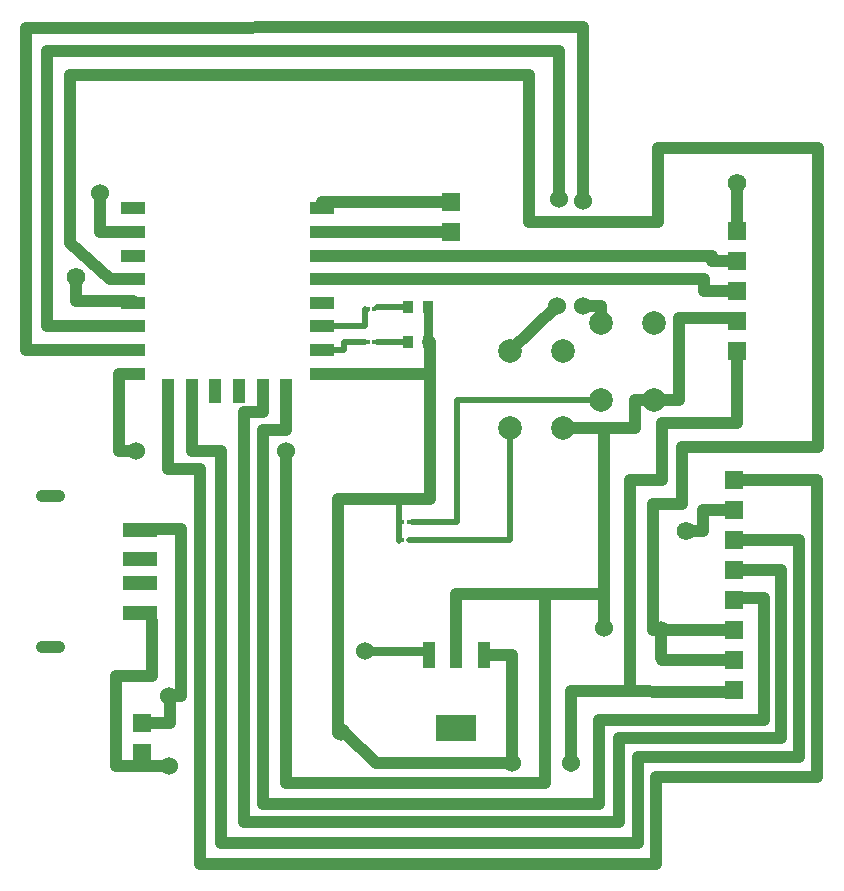
<source format=gtl>
G04 Layer: TopLayer*
G04 EasyEDA v6.3.43, 2020-06-06T13:29:47+03:00*
G04 6caa89d52f454e228c8c87a2f34c76c4,a7937f01353d4e2e93d7d76370f53aae,10*
G04 Gerber Generator version 0.2*
G04 Scale: 100 percent, Rotated: No, Reflected: No *
G04 Dimensions in inches *
G04 leading zeros omitted , absolute positions ,2 integer and 4 decimal *
%FSLAX24Y24*%
%MOIN*%
G90*
G70D02*

%ADD10C,0.010000*%
%ADD11C,0.040000*%
%ADD12C,0.020000*%
%ADD13C,0.030000*%
%ADD14R,0.118110X0.047244*%
%ADD15R,0.035430X0.039370*%
%ADD16R,0.043000X0.085000*%
%ADD17R,0.138000X0.085000*%
%ADD18R,0.011811X0.015748*%
%ADD19R,0.078740X0.039370*%
%ADD20R,0.039370X0.078740*%
%ADD21C,0.060000*%
%ADD22C,0.062000*%
%ADD23R,0.062000X0.062000*%
%ADD24C,0.078740*%
%ADD25C,0.039370*%

%LPD*%
G54D11*
G01X24150Y13350D02*
G01X26902Y13350D01*
G01X26902Y3450D01*
G01X21552Y3450D01*
G01X21552Y550D01*
G01X6350Y550D01*
G01X6350Y13700D01*
G01X5281Y13700D01*
G01X5281Y16302D01*
G01X24152Y11350D02*
G01X26302Y11350D01*
G01X26302Y4100D01*
G01X20952Y4100D01*
G01X20952Y1250D01*
G01X11500Y1250D01*
G01X7050Y1250D01*
G01X7050Y14300D01*
G01X6069Y14300D01*
G01X6069Y16303D01*
G01X24150Y12350D02*
G01X23100Y12350D01*
G01X23100Y11650D01*
G01X22550Y11650D01*
G01X24152Y8350D02*
G01X21450Y8350D01*
G01X21450Y12550D01*
G01X22400Y12550D01*
G01X2200Y20100D02*
G01X2200Y19300D01*
G01X4100Y19300D01*
G01X4100Y19247D01*
G01X4100Y18459D02*
G01X1250Y18459D01*
G01X1250Y27650D01*
G01X18300Y27650D01*
G01X18300Y22700D01*
G01X15652Y28450D02*
G01X550Y28411D01*
G01X550Y17673D01*
G01X4100Y17673D01*
G01X24152Y10350D02*
G01X25702Y10350D01*
G01X25702Y4750D01*
G01X20302Y4750D01*
G01X20302Y1950D01*
G01X7800Y1950D01*
G01X7800Y15600D01*
G01X8431Y15600D01*
G01X8431Y16303D01*
G01X24125Y6275D02*
G01X18699Y6300D01*
G01X18699Y6300D01*
G01X18699Y6300D02*
G01X18701Y6150D01*
G01X18701Y3800D01*
G01X4639Y3800D02*
G01X3550Y3800D01*
G01X3550Y6800D01*
G01X4750Y6800D01*
G01X4750Y8650D01*
G01X5300Y3800D02*
G01X4400Y3800D01*
G01X4400Y4250D01*
G01X5300Y6150D02*
G01X5350Y6150D01*
G01X5350Y5250D01*
G01X4400Y5250D01*
G01X5300Y6150D02*
G01X5700Y6150D01*
G01X5700Y11700D01*
G01X4334Y11700D01*
G01X4334Y11678D01*
G01X9218Y16303D02*
G01X9218Y15000D01*
G01X8450Y15000D01*
G01X8450Y2550D01*
G01X19652Y2550D01*
G01X19652Y5350D01*
G01X25152Y5350D01*
G01X25152Y9400D01*
G01X24152Y9400D01*
G01X24152Y9350D01*
G54D12*
G01X11850Y17950D02*
G01X11150Y17950D01*
G01X11150Y17671D01*
G01X10400Y17673D01*
G54D11*
G01X10400Y22396D02*
G01X10400Y22600D01*
G01X14700Y22600D01*
G01X10400Y21609D02*
G01X14690Y21609D01*
G01X14700Y21600D01*
G01X14750Y21650D01*
G01X14700Y21650D01*
G54D12*
G01X13400Y11950D02*
G01X14900Y11950D01*
G01X14900Y16021D01*
G01X19716Y16021D01*
G01X12980Y12700D02*
G01X12980Y11300D01*
G54D11*
G01X13934Y17950D02*
G01X14000Y17950D01*
G01X14000Y12700D01*
G01X10952Y12700D01*
G01X10952Y10900D01*
G01X16752Y3900D02*
G01X12200Y3900D01*
G01X11150Y4950D01*
G01X11050Y4950D01*
G01X10952Y5048D01*
G01X10952Y10900D01*
G54D12*
G01X16666Y15071D02*
G01X16666Y11350D01*
G01X13308Y11350D01*
G01X12250Y17950D02*
G01X13265Y17950D01*
G01X12250Y19100D02*
G01X12250Y19100D01*
G01X13265Y19100D01*
G01X10400Y18459D02*
G01X11850Y18459D01*
G01X11850Y19050D01*
G54D11*
G01X10400Y20823D02*
G01X23400Y20823D01*
G01X23400Y20650D01*
G01X24250Y20650D01*
G01X10400Y20034D02*
G01X23150Y20034D01*
G01X23150Y19650D01*
G01X24250Y19650D01*
G01X21759Y13350D02*
G01X20665Y13350D01*
G01X20665Y6440D01*
G01X21758Y13350D02*
G01X21758Y15250D01*
G01X24250Y15250D01*
G01X24250Y17650D01*
G01X19802Y15071D02*
G01X20850Y15071D01*
G01X20850Y16021D01*
G01X21488Y16021D01*
G01X19802Y10550D02*
G01X19802Y9550D01*
G01X15150Y9550D01*
G01X21487Y16020D02*
G01X22300Y16020D01*
G01X22300Y18750D01*
G01X24250Y18750D01*
G01X24250Y18650D01*
G01X19800Y10400D02*
G01X19800Y15000D01*
G01X14895Y7519D02*
G01X14895Y9550D01*
G01X17852Y9550D01*
G01X17852Y3250D01*
G01X9200Y3250D01*
G01X9200Y14300D01*
G01X4100Y16884D02*
G01X3650Y16884D01*
G01X3650Y14300D01*
G01X4200Y14300D01*
G01X18250Y19150D02*
G01X16666Y17629D01*
G01X16666Y17629D01*
G01X10399Y16885D02*
G01X14000Y16885D01*
G01X14000Y16839D01*
G54D10*
G01X11941Y19050D02*
G01X11941Y19000D01*
G54D13*
G01X13934Y17950D02*
G01X13934Y19100D01*
G01X13934Y19100D01*
G54D11*
G01X18437Y15070D02*
G01X19802Y15070D01*
G01X19802Y14350D01*
G01X15652Y28450D02*
G01X19100Y28450D01*
G01X19100Y22650D01*
G01X19716Y18579D02*
G01X19716Y19150D01*
G01X19100Y19150D01*
G01X15805Y7519D02*
G01X16752Y7519D01*
G01X16752Y3900D01*
G01X24150Y7350D02*
G01X21752Y7350D01*
G01X21702Y7400D01*
G01X21702Y7400D02*
G01X21702Y8350D01*
G01X19802Y8505D02*
G01X19802Y9550D01*
G01X14895Y7519D02*
G01X14869Y7519D01*
G01X14869Y9550D01*
G54D13*
G01X11852Y7650D02*
G01X13402Y7650D01*
G01X13995Y7650D01*
G01X13995Y7519D01*
G54D11*
G01X4100Y21609D02*
G01X3000Y21609D01*
G01X3000Y22900D01*
G01X4100Y20034D02*
G01X3350Y20050D01*
G01X2000Y21250D01*
G01X2000Y26850D01*
G01X17300Y26850D01*
G01X17300Y21950D01*
G01X21600Y21950D01*
G01X21600Y24400D01*
G01X26950Y24400D01*
G01X26950Y14450D01*
G01X22400Y14450D01*
G01X22400Y12550D01*
G01X24250Y23250D02*
G01X24250Y21650D01*
G54D14*
G01X4334Y8921D03*
G01X4334Y9906D03*
G01X4334Y10693D03*
G01X4334Y11677D03*
G54D15*
G01X13934Y19100D03*
G01X13265Y19100D03*
G01X13934Y17950D03*
G01X13265Y17950D03*
G54D16*
G01X15805Y7519D03*
G01X14895Y7519D03*
G01X13995Y7519D03*
G54D17*
G01X14895Y5080D03*
G54D18*
G01X11942Y19050D03*
G01X12158Y19050D03*
G01X11942Y17950D03*
G01X12158Y17950D03*
G01X13092Y11350D03*
G01X13308Y11350D03*
G01X13092Y11950D03*
G01X13308Y11950D03*
G54D19*
G01X4100Y22397D03*
G01X4100Y21609D03*
G01X4100Y20822D03*
G01X4100Y20034D03*
G01X4100Y19247D03*
G01X4100Y18460D03*
G01X4100Y17672D03*
G01X4100Y16885D03*
G54D20*
G01X5281Y16302D03*
G01X6068Y16303D03*
G01X6856Y16303D03*
G01X7643Y16303D03*
G01X8430Y16303D03*
G01X9218Y16302D03*
G54D19*
G01X10399Y16885D03*
G01X10399Y17672D03*
G01X10400Y18460D03*
G01X10400Y19247D03*
G01X10399Y20035D03*
G01X10400Y20822D03*
G01X10400Y21609D03*
G01X10400Y22397D03*
G54D21*
G01X11852Y7650D03*
G01X18702Y3900D03*
G01X16752Y3900D03*
G01X19100Y19150D03*
G01X18250Y19150D03*
G01X18300Y22700D03*
G01X19100Y22650D03*
G01X21702Y8350D03*
G01X19802Y8400D03*
G01X9200Y14300D03*
G01X4200Y14300D03*
G01X11050Y4950D03*
G01X5300Y6150D03*
G01X5300Y3800D03*
G54D22*
G01X2200Y20100D03*
G01X22550Y11650D03*
G54D21*
G01X3000Y22900D03*
G54D22*
G01X24250Y23250D03*
G54D23*
G01X24250Y21650D03*
G54D24*
G01X19716Y18579D03*
G01X19716Y16020D03*
G01X21487Y16020D03*
G01X21487Y18579D03*
G01X16666Y17629D03*
G01X16666Y15070D03*
G01X18437Y15070D03*
G01X18437Y17629D03*
G54D23*
G01X24250Y17650D03*
G01X24250Y19650D03*
G01X24250Y20650D03*
G01X14700Y21600D03*
G01X14700Y22600D03*
G01X24250Y18650D03*
G01X24152Y11350D03*
G01X24152Y9350D03*
G01X24150Y12350D03*
G01X24150Y7350D03*
G01X24150Y6350D03*
G01X24150Y13350D03*
G01X24152Y10350D03*
G01X24152Y8350D03*
G01X4400Y4250D03*
G01X4400Y5250D03*
G54D25*
G01X1661Y12819D02*
G01X1070Y12819D01*
G01X1661Y7780D02*
G01X1070Y7780D01*
M00*
M02*

</source>
